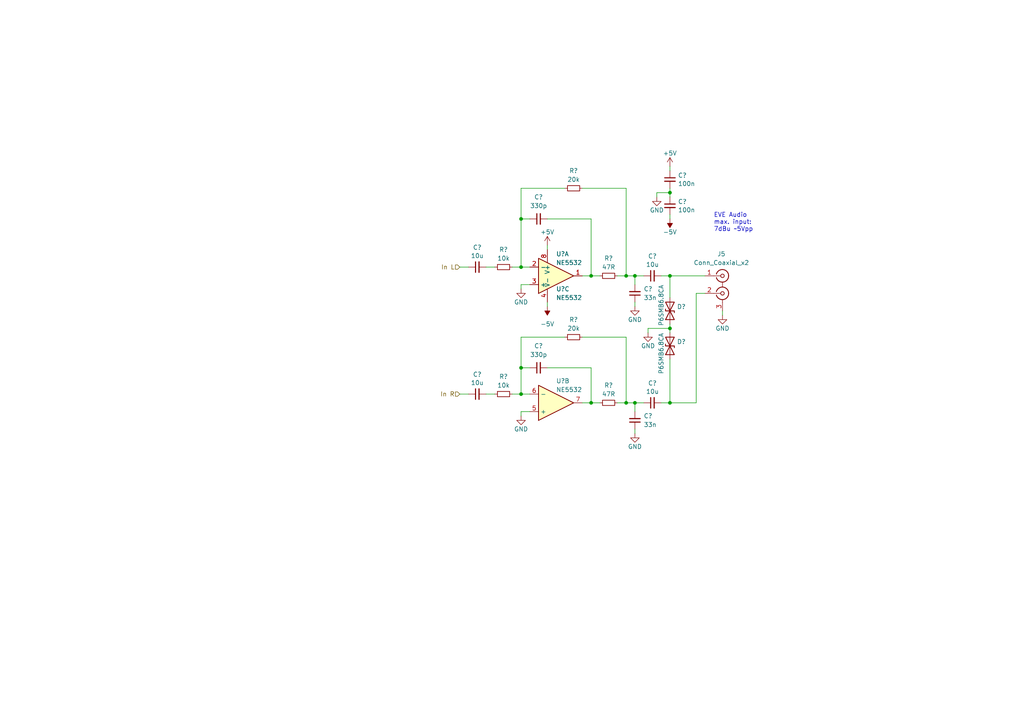
<source format=kicad_sch>
(kicad_sch (version 20230121) (generator eeschema)
  (paper "A4")
  (title_block (title "SmallDSP") (date "2023-10-12") (rev "1.1") (company "Till Heuer"))
  (lib_symbols
    (symbol "Connector:Conn_Coaxial_x2" (pin_names (offset 1.016) hide)
      (property "Reference" "J" (at 0 5.715 0))
      (property "Value" "Conn_Coaxial_x2" (at 2.921 0 90))
      (symbol "Conn_Coaxial_x2_0_1"
        (arc (start -1.778 -3.048) (mid 0.2311 -4.3466) (end 1.778 -2.54) (stroke (width 0.254)))
        (arc (start -1.778 2.032) (mid 0.2311 0.7334) (end 1.778 2.54) (stroke (width 0.254)))
        (circle (center 0 -2.54) (radius 0.508) (stroke (width 0.2032)))
        (polyline (pts (xy -2.54 -2.54) (xy -0.508 -2.54)))
        (polyline (pts (xy -2.54 2.54) (xy -0.508 2.54)))
        (polyline (pts (xy 0 -5.08) (xy 0 -4.318)))
        (polyline (pts (xy 0 0.762) (xy 0 -0.635)))
        (circle (center 0 2.54) (radius 0.508) (stroke (width 0.2032)))
        (arc (start 1.778 -2.54) (mid 0.2099 -0.7299) (end -1.778 -2.032) (stroke (width 0.254)))
        (arc (start 1.778 2.54) (mid 0.2099 4.3501) (end -1.778 3.048) (stroke (width 0.254)))
      )
      (symbol "Conn_Coaxial_x2_1_1"
        (pin passive line (at -5.08 2.54 0) (length 2.54) (name "IN1") (number "1"))
        (pin passive line (at -5.08 -2.54 0) (length 2.54) (name "IN2") (number "2"))
        (pin passive line (at 0 -7.62 90) (length 2.54) (name "EXT") (number "3"))
      )
    )
    (symbol "Device:C_Small" (pin_numbers hide) (pin_names (offset 0.254) hide)
      (property "Reference" "C" (at 0.254 1.778 0))
      (property "Value" "C_Small" (at 0.254 -2.032 0))
      (symbol "C_Small_0_1"
        (polyline (pts (xy -1.524 -0.508) (xy 1.524 -0.508)) (stroke (width 0.3302)))
        (polyline (pts (xy -1.524 0.508) (xy 1.524 0.508)) (stroke (width 0.3048)))
      )
      (symbol "C_Small_1_1"
        (pin passive line (at 0 2.54 270) (length 2.032) (name "~") (number "1"))
        (pin passive line (at 0 -2.54 90) (length 2.032) (name "~") (number "2"))
      )
    )
    (symbol "Device:D_TVS" (pin_numbers hide) (pin_names (offset 1.016) hide)
      (property "Reference" "D" (at 0 2.54 0))
      (property "Value" "D_TVS" (at 0 -2.54 0))
      (symbol "D_TVS_0_1"
        (polyline (pts (xy 1.27 0) (xy -1.27 0)))
        (polyline (pts (xy 0.508 1.27) (xy 0 1.27) (xy 0 -1.27) (xy -0.508 -1.27)) (stroke (width 0.254)))
        (polyline (pts (xy -2.54 1.27) (xy -2.54 -1.27) (xy 2.54 1.27) (xy 2.54 -1.27) (xy -2.54 1.27)) (stroke (width 0.254)))
      )
      (symbol "D_TVS_1_1"
        (pin passive line (at -3.81 0 0) (length 2.54) (name "A1") (number "1"))
        (pin passive line (at 3.81 0 180) (length 2.54) (name "A2") (number "2"))
      )
    )
    (symbol "Device:Opamp_Dual"
      (property "Reference" "U" (at 0 5.08 0))
      (property "Value" "Opamp_Dual" (at 0 -5.08 0))
      (symbol "Opamp_Dual_1_1"
        (polyline (pts (xy -5.08 5.08) (xy 5.08 0) (xy -5.08 -5.08) (xy -5.08 5.08)) (stroke (width 0.254)) (fill (type background)))
        (pin output line (at 7.62 0 180) (length 2.54) (name "~") (number "1"))
        (pin input line (at -7.62 -2.54 0) (length 2.54) (name "-") (number "2"))
        (pin input line (at -7.62 2.54 0) (length 2.54) (name "+") (number "3"))
      )
      (symbol "Opamp_Dual_2_1"
        (polyline (pts (xy -5.08 5.08) (xy 5.08 0) (xy -5.08 -5.08) (xy -5.08 5.08)) (stroke (width 0.254)) (fill (type background)))
        (pin input line (at -7.62 2.54 0) (length 2.54) (name "+") (number "5"))
        (pin input line (at -7.62 -2.54 0) (length 2.54) (name "-") (number "6"))
        (pin output line (at 7.62 0 180) (length 2.54) (name "~") (number "7"))
      )
      (symbol "Opamp_Dual_3_1"
        (pin power_in line (at -2.54 -7.62 90) (length 3.81) (name "V-") (number "4"))
        (pin power_in line (at -2.54 7.62 270) (length 3.81) (name "V+") (number "8"))
      )
    )
    (symbol "Device:R_Small" (pin_numbers hide) (pin_names (offset 0.254) hide)
      (property "Reference" "R" (at 0.762 0.508 0))
      (property "Value" "R_Small" (at 0.762 -1.016 0))
      (symbol "R_Small_0_1"
        (rectangle (start -0.762 1.778) (end 0.762 -1.778) (stroke (width 0.2032)))
      )
      (symbol "R_Small_1_1"
        (pin passive line (at 0 2.54 270) (length 0.762) (name "~") (number "1"))
        (pin passive line (at 0 -2.54 90) (length 0.762) (name "~") (number "2"))
      )
    )
    (symbol "power:+5V" (power) (pin_names (offset 0))
      (property "Value" "+5V" (at 0 3.556 0))
      (symbol "+5V_0_1"
        (polyline (pts (xy -0.762 1.27) (xy 0 2.54)))
        (polyline (pts (xy 0 0) (xy 0 2.54)))
        (polyline (pts (xy 0 2.54) (xy 0.762 1.27)))
      )
      (symbol "+5V_1_1"
        (pin power_in line (at 0 0 90) (length 0) hide (name "+5V") (number "1"))
      )
    )
    (symbol "power:-5V" (power) (pin_names (offset 0))
      (property "Value" "-5V" (at 0 3.81 0))
      (symbol "-5V_0_0"
        (pin power_in line (at 0 0 90) (length 0) hide (name "-5V") (number "1"))
      )
      (symbol "-5V_0_1"
        (polyline (pts (xy 0 0) (xy 0 1.27) (xy 0.762 1.27) (xy 0 2.54) (xy -0.762 1.27) (xy 0 1.27)) (fill (type outline)))
      )
    )
    (symbol "power:GND" (power) (pin_names (offset 0))
      (property "Value" "GND" (at 0 -3.81 0))
      (symbol "GND_0_1"
        (polyline (pts (xy 0 0) (xy 0 -1.27) (xy 1.27 -1.27) (xy 0 -2.54) (xy -1.27 -1.27) (xy 0 -1.27)))
      )
      (symbol "GND_1_1"
        (pin power_in line (at 0 0 270) (length 0) hide (name "GND") (number "1"))
      )
    )
  )
  (junction (at 151.13 106.68))
  (junction (at 194.31 80.01))
  (junction (at 151.13 114.3))
  (junction (at 181.61 116.84))
  (junction (at 181.61 80.01))
  (junction (at 171.45 80.01))
  (junction (at 184.15 80.01))
  (junction (at 171.45 116.84))
  (junction (at 151.13 63.5))
  (junction (at 194.31 55.88))
  (junction (at 194.31 116.84))
  (junction (at 151.13 77.47))
  (junction (at 184.15 116.84))
  (junction (at 194.31 95.25))
  (wire (pts (xy 153.67 77.47) (xy 151.13 77.47)))
  (wire (pts (xy 151.13 82.55) (xy 151.13 83.82)))
  (wire (pts (xy 194.31 95.25) (xy 194.31 96.52)))
  (wire (pts (xy 163.83 54.61) (xy 151.13 54.61)))
  (wire (pts (xy 158.75 87.63) (xy 158.75 88.9)))
  (wire (pts (xy 168.91 97.79) (xy 181.61 97.79)))
  (wire (pts (xy 163.83 97.79) (xy 151.13 97.79)))
  (wire (pts (xy 194.31 95.25) (xy 187.96 95.25)))
  (wire (pts (xy 151.13 63.5) (xy 151.13 77.47)))
  (wire (pts (xy 187.96 95.25) (xy 187.96 96.52)))
  (wire (pts (xy 204.47 80.01) (xy 194.31 80.01)))
  (wire (pts (xy 148.59 77.47) (xy 151.13 77.47)))
  (wire (pts (xy 153.67 63.5) (xy 151.13 63.5)))
  (wire (pts (xy 151.13 106.68) (xy 151.13 114.3)))
  (wire (pts (xy 151.13 54.61) (xy 151.13 63.5)))
  (wire (pts (xy 140.97 114.3) (xy 143.51 114.3)))
  (wire (pts (xy 171.45 116.84) (xy 173.99 116.84)))
  (wire (pts (xy 181.61 54.61) (xy 181.61 80.01)))
  (wire (pts (xy 133.35 114.3) (xy 135.89 114.3)))
  (wire (pts (xy 184.15 116.84) (xy 186.69 116.84)))
  (wire (pts (xy 171.45 80.01) (xy 173.99 80.01)))
  (wire (pts (xy 148.59 114.3) (xy 151.13 114.3)))
  (wire (pts (xy 151.13 97.79) (xy 151.13 106.68)))
  (wire (pts (xy 194.31 104.14) (xy 194.31 116.84)))
  (wire (pts (xy 184.15 87.63) (xy 184.15 88.9)))
  (wire (pts (xy 151.13 119.38) (xy 153.67 119.38)))
  (wire (pts (xy 201.93 85.09) (xy 204.47 85.09)))
  (wire (pts (xy 184.15 80.01) (xy 186.69 80.01)))
  (wire (pts (xy 194.31 116.84) (xy 201.93 116.84)))
  (wire (pts (xy 194.31 62.23) (xy 194.31 63.5)))
  (wire (pts (xy 168.91 54.61) (xy 181.61 54.61)))
  (wire (pts (xy 171.45 106.68) (xy 171.45 116.84)))
  (wire (pts (xy 194.31 48.26) (xy 194.31 49.53)))
  (wire (pts (xy 190.5 55.88) (xy 194.31 55.88)))
  (wire (pts (xy 153.67 114.3) (xy 151.13 114.3)))
  (wire (pts (xy 191.77 116.84) (xy 194.31 116.84)))
  (wire (pts (xy 184.15 82.55) (xy 184.15 80.01)))
  (wire (pts (xy 153.67 106.68) (xy 151.13 106.68)))
  (wire (pts (xy 158.75 71.12) (xy 158.75 72.39)))
  (wire (pts (xy 201.93 116.84) (xy 201.93 85.09)))
  (wire (pts (xy 190.5 55.88) (xy 190.5 57.15)))
  (wire (pts (xy 158.75 63.5) (xy 171.45 63.5)))
  (wire (pts (xy 194.31 55.88) (xy 194.31 54.61)))
  (wire (pts (xy 151.13 82.55) (xy 153.67 82.55)))
  (wire (pts (xy 194.31 93.98) (xy 194.31 95.25)))
  (wire (pts (xy 194.31 80.01) (xy 194.31 86.36)))
  (wire (pts (xy 171.45 116.84) (xy 168.91 116.84)))
  (wire (pts (xy 140.97 77.47) (xy 143.51 77.47)))
  (wire (pts (xy 191.77 80.01) (xy 194.31 80.01)))
  (wire (pts (xy 158.75 106.68) (xy 171.45 106.68)))
  (wire (pts (xy 181.61 80.01) (xy 179.07 80.01)))
  (wire (pts (xy 171.45 63.5) (xy 171.45 80.01)))
  (wire (pts (xy 151.13 119.38) (xy 151.13 120.65)))
  (wire (pts (xy 194.31 55.88) (xy 194.31 57.15)))
  (wire (pts (xy 181.61 116.84) (xy 179.07 116.84)))
  (wire (pts (xy 184.15 116.84) (xy 181.61 116.84)))
  (wire (pts (xy 171.45 80.01) (xy 168.91 80.01)))
  (wire (pts (xy 184.15 119.38) (xy 184.15 116.84)))
  (wire (pts (xy 133.35 77.47) (xy 135.89 77.47)))
  (wire (pts (xy 209.55 90.17) (xy 209.55 91.44)))
  (wire (pts (xy 181.61 97.79) (xy 181.61 116.84)))
  (wire (pts (xy 184.15 80.01) (xy 181.61 80.01)))
  (wire (pts (xy 184.15 124.46) (xy 184.15 125.73)))
  (text "EVE Audio\nmax. input:\n7dBu ~5Vpp" (at 207.01 67.31 0) (effects (font (size 1.27 1.27)) (justify left bottom)))
  (hierarchical_label "In L" (shape input) (at 133.35 77.47 180))
  (hierarchical_label "In R" (shape input) (at 133.35 114.3 180))
  (symbol (lib_id "Device:R_Small") (at 166.37 54.61 90) (unit 1)
    (property "Reference" "R?" (at 166.37 49.53 90))
    (property "Value" "20k" (at 166.37 52.07 90))
    (property "Footprint" "Resistor_SMD:R_0402_1005Metric" (effects hide))
    (property "Assembling" "X" (effects hide))
    (property "JLC Part Number" "C25765" (effects hide))
    (property "Manufacturer" "UNI-ROYAL(Uniroyal Elec)" (effects hide))
    (property "Part Number" "0402WGF2002TCE" (effects hide))
    (property "Rated Power" "62.5mW" (effects hide))
    (property "Tolerance" "1%" (effects hide))
    (instances (project "SmallDSPMaxi" (path "" (reference "R?") (unit 1)) (path "" (reference "R58") (unit 1)) (path "" (reference "R42") (unit 1)) (path "" (reference "R94") (unit 1)) (path "" (reference "R88") (unit 1)) (path "" (reference "R122") (unit 1)) (path "" (reference "R116") (unit 1)) (path "" (reference "R150") (unit 1)) (path "" (reference "R144") (unit 1)) (path "" (reference "R192") (unit 1)) (path "" (reference "R198") (unit 1)) (path "" (reference "R180") (unit 1)) (path "" (reference "R232") (unit 1)) (path "" (reference "R186") (unit 1)) (path "" (reference "R270") (unit 1)) (path "" (reference "R226") (unit 1)) (path "" (reference "R220") (unit 1))))
  )
  (symbol (lib_id "Device:Opamp_Dual") (at 161.29 80.01 0) (mirror x) (unit 1)
    (property "Reference" "U?" (at 161.29 73.66 0) (effects (justify left)))
    (property "Value" "NE5532" (at 161.29 76.2 0) (effects (justify left)))
    (property "Footprint" "Package_SO:SOIC-8_3.9x4.9mm_P1.27mm" (effects hide))
    (property "Manufacturer" "Texas Instruments" (effects hide))
    (property "Part Number" "NE5532DR" (effects hide))
    (property "Assembling" "X" (effects hide))
    (property "JLC Part Number" "C7426" (effects hide))
    (instances (project "SmallDSPMaxi" (path "" (reference "U?") (unit 1)) (path "" (reference "U8") (unit 1)) (path "" (reference "U5") (unit 1)) (path "" (reference "U16") (unit 1)) (path "" (reference "U15") (unit 1)) (path "" (reference "U20") (unit 1)) (path "" (reference "U19") (unit 1)) (path "" (reference "U24") (unit 1)) (path "" (reference "U23") (unit 1)) (path "" (reference "U33") (unit 1)) (path "" (reference "U34") (unit 1)) (path "" (reference "U31") (unit 1)) (path "" (reference "U39") (unit 1)) (path "" (reference "U32") (unit 1)) (path "" (reference "U44") (unit 1)) (path "" (reference "U38") (unit 1)) (path "" (reference "U37") (unit 1))))
  )
  (symbol (lib_id "Device:R_Small") (at 176.53 116.84 90) (unit 1)
    (property "Reference" "R?" (at 176.53 111.76 90))
    (property "Value" "47R" (at 176.53 114.3 90))
    (property "Footprint" "Resistor_SMD:R_0402_1005Metric" (effects hide))
    (property "Assembling" "X" (effects hide))
    (property "JLC Part Number" "C25118" (effects hide))
    (property "Manufacturer" "UNI-ROYAL(Uniroyal Elec)" (effects hide))
    (property "Part Number" "0402WGF470JTCE" (effects hide))
    (property "Rated Power" "62.5mW" (effects hide))
    (property "Tolerance" "1%" (effects hide))
    (instances (project "SmallDSPMaxi" (path "" (reference "R?") (unit 1)) (path "" (reference "R61") (unit 1)) (path "" (reference "R45") (unit 1)) (path "" (reference "R97") (unit 1)) (path "" (reference "R91") (unit 1)) (path "" (reference "R125") (unit 1)) (path "" (reference "R119") (unit 1)) (path "" (reference "R153") (unit 1)) (path "" (reference "R147") (unit 1)) (path "" (reference "R195") (unit 1)) (path "" (reference "R201") (unit 1)) (path "" (reference "R183") (unit 1)) (path "" (reference "R235") (unit 1)) (path "" (reference "R189") (unit 1)) (path "" (reference "R273") (unit 1)) (path "" (reference "R229") (unit 1)) (path "" (reference "R223") (unit 1))))
  )
  (symbol (lib_id "Device:C_Small") (at 138.43 77.47 90) (unit 1)
    (property "Reference" "C?" (at 138.4363 71.7636 90))
    (property "Value" "10u" (at 138.4363 74.1878 90))
    (property "Footprint" "Capacitor_SMD:C_1206_3216Metric" (effects hide))
    (property "Dielectric" "X5R" (effects hide))
    (property "Rated Voltage" "50V" (effects hide))
    (property "Assembling" "X" (effects hide))
    (property "JLC Part Number" "C13585" (effects hide))
    (property "Manufacturer" "Samsung Electro-Mechanics" (effects hide))
    (property "Part Number" "CL31A106KBHNNNE" (effects hide))
    (property "Tolerance" "10%" (effects hide))
    (instances (project "SmallDSPMaxi" (path "" (reference "C?") (unit 1)) (path "" (reference "C60") (unit 1)) (path "" (reference "C19") (unit 1)) (path "" (reference "C148") (unit 1)) (path "" (reference "C138") (unit 1)) (path "" (reference "C188") (unit 1)) (path "" (reference "C178") (unit 1)) (path "" (reference "C228") (unit 1)) (path "" (reference "C218") (unit 1)) (path "" (reference "C326") (unit 1)) (path "" (reference "C336") (unit 1)) (path "" (reference "C306") (unit 1)) (path "" (reference "C386") (unit 1)) (path "" (reference "C316") (unit 1)) (path "" (reference "C436") (unit 1)) (path "" (reference "C376") (unit 1)) (path "" (reference "C366") (unit 1))))
  )
  (symbol (lib_id "Device:R_Small") (at 176.53 80.01 90) (unit 1)
    (property "Reference" "R?" (at 176.53 74.93 90))
    (property "Value" "47R" (at 176.53 77.47 90))
    (property "Footprint" "Resistor_SMD:R_0402_1005Metric" (effects hide))
    (property "Assembling" "X" (effects hide))
    (property "JLC Part Number" "C25118" (effects hide))
    (property "Manufacturer" "UNI-ROYAL(Uniroyal Elec)" (effects hide))
    (property "Part Number" "0402WGF470JTCE" (effects hide))
    (property "Rated Power" "62.5mW" (effects hide))
    (property "Tolerance" "1%" (effects hide))
    (instances (project "SmallDSPMaxi" (path "" (reference "R?") (unit 1)) (path "" (reference "R60") (unit 1)) (path "" (reference "R44") (unit 1)) (path "" (reference "R96") (unit 1)) (path "" (reference "R90") (unit 1)) (path "" (reference "R124") (unit 1)) (path "" (reference "R118") (unit 1)) (path "" (reference "R152") (unit 1)) (path "" (reference "R146") (unit 1)) (path "" (reference "R194") (unit 1)) (path "" (reference "R200") (unit 1)) (path "" (reference "R182") (unit 1)) (path "" (reference "R234") (unit 1)) (path "" (reference "R188") (unit 1)) (path "" (reference "R272") (unit 1)) (path "" (reference "R228") (unit 1)) (path "" (reference "R222") (unit 1))))
  )
  (symbol (lib_id "Device:C_Small") (at 184.15 121.92 180) (unit 1)
    (property "Reference" "C?" (at 186.69 120.6435 0) (effects (justify right)))
    (property "Value" "33n" (at 186.69 123.1835 0) (effects (justify right)))
    (property "Footprint" "Capacitor_SMD:C_0603_1608Metric" (effects hide))
    (property "Dielectric" "X7R" (effects hide))
    (property "Notes" "C0G better" (effects hide))
    (property "Rated Voltage" "50V" (effects hide))
    (property "Assembling" "X" (effects hide))
    (property "JLC Part Number" "C21117" (effects hide))
    (property "Manufacturer" "Samsung Electro-Mechanics" (effects hide))
    (property "Part Number" "CL10B333KB8NNNC" (effects hide))
    (property "Tolerance" "10%" (effects hide))
    (instances (project "SmallDSPMaxi" (path "" (reference "C?") (unit 1)) (path "" (reference "C65") (unit 1)) (path "" (reference "C24") (unit 1)) (path "" (reference "C153") (unit 1)) (path "" (reference "C143") (unit 1)) (path "" (reference "C193") (unit 1)) (path "" (reference "C183") (unit 1)) (path "" (reference "C233") (unit 1)) (path "" (reference "C223") (unit 1)) (path "" (reference "C331") (unit 1)) (path "" (reference "C341") (unit 1)) (path "" (reference "C311") (unit 1)) (path "" (reference "C391") (unit 1)) (path "" (reference "C321") (unit 1)) (path "" (reference "C441") (unit 1)) (path "" (reference "C381") (unit 1)) (path "" (reference "C371") (unit 1))))
  )
  (symbol (lib_id "power:-5V") (at 158.75 88.9 180) (unit 1)
    (property "Reference" "#PWR0151" (effects hide))
    (property "Value" "-5V" (at 158.75 93.98 0))
    (instances (project "SmallDSPMaxi" (path "" (reference "#PWR0151") (unit 1)) (path "" (reference "#PWR070") (unit 1)) (path "" (reference "#PWR0307") (unit 1)) (path "" (reference "#PWR0296") (unit 1)) (path "" (reference "#PWR0363") (unit 1)) (path "" (reference "#PWR0352") (unit 1)) (path "" (reference "#PWR0419") (unit 1)) (path "" (reference "#PWR0408") (unit 1)) (path "" (reference "#PWR0586") (unit 1)) (path "" (reference "#PWR0597") (unit 1)) (path "" (reference "#PWR0564") (unit 1)) (path "" (reference "#PWR0664") (unit 1)) (path "" (reference "#PWR0575") (unit 1)) (path "" (reference "#PWR0743") (unit 1)) (path "" (reference "#PWR0653") (unit 1)) (path "" (reference "#PWR0642") (unit 1))))
  )
  (symbol (lib_id "Device:R_Small") (at 166.37 97.79 90) (unit 1)
    (property "Reference" "R?" (at 166.37 92.71 90))
    (property "Value" "20k" (at 166.37 95.25 90))
    (property "Footprint" "Resistor_SMD:R_0402_1005Metric" (effects hide))
    (property "Assembling" "X" (effects hide))
    (property "JLC Part Number" "C25765" (effects hide))
    (property "Manufacturer" "UNI-ROYAL(Uniroyal Elec)" (effects hide))
    (property "Part Number" "0402WGF2002TCE" (effects hide))
    (property "Rated Power" "62.5mW" (effects hide))
    (property "Tolerance" "1%" (effects hide))
    (instances (project "SmallDSPMaxi" (path "" (reference "R?") (unit 1)) (path "" (reference "R59") (unit 1)) (path "" (reference "R43") (unit 1)) (path "" (reference "R95") (unit 1)) (path "" (reference "R89") (unit 1)) (path "" (reference "R123") (unit 1)) (path "" (reference "R117") (unit 1)) (path "" (reference "R151") (unit 1)) (path "" (reference "R145") (unit 1)) (path "" (reference "R193") (unit 1)) (path "" (reference "R199") (unit 1)) (path "" (reference "R181") (unit 1)) (path "" (reference "R233") (unit 1)) (path "" (reference "R187") (unit 1)) (path "" (reference "R271") (unit 1)) (path "" (reference "R227") (unit 1)) (path "" (reference "R221") (unit 1))))
  )
  (symbol (lib_id "power:GND") (at 184.15 125.73 0) (unit 1)
    (property "Reference" "#PWR?" (effects hide))
    (property "Value" "GND" (at 184.15 129.54 0))
    (instances (project "SmallDSPMaxi" (path "" (reference "#PWR?") (unit 1)) (path "" (reference "#PWR0153") (unit 1)) (path "" (reference "#PWR072") (unit 1)) (path "" (reference "#PWR0309") (unit 1)) (path "" (reference "#PWR0298") (unit 1)) (path "" (reference "#PWR0365") (unit 1)) (path "" (reference "#PWR0354") (unit 1)) (path "" (reference "#PWR0421") (unit 1)) (path "" (reference "#PWR0410") (unit 1)) (path "" (reference "#PWR0588") (unit 1)) (path "" (reference "#PWR0599") (unit 1)) (path "" (reference "#PWR0566") (unit 1)) (path "" (reference "#PWR0666") (unit 1)) (path "" (reference "#PWR0577") (unit 1)) (path "" (reference "#PWR0745") (unit 1)) (path "" (reference "#PWR0655") (unit 1)) (path "" (reference "#PWR0644") (unit 1))))
  )
  (symbol (lib_id "Device:D_TVS") (at 194.31 90.17 90) (unit 1)
    (property "Reference" "D?" (at 196.342 88.9579 90) (effects (justify right)))
    (property "Value" "P6SMB6.8CA" (at 191.77 82.55 0) (effects (justify right)))
    (property "Footprint" "Diode_SMD:D_SMB" (effects hide))
    (property "Assembling" "X" (effects hide))
    (property "JLC Part Number" "C78395" (effects hide))
    (property "Manufacturer" "Brightking" (effects hide))
    (property "Part Number" "P6SMB6.8CA/TR13" (effects hide))
    (instances (project "SmallDSPMaxi" (path "" (reference "D?") (unit 1)) (path "" (reference "D20") (unit 1)) (path "" (reference "D14") (unit 1)) (path "" (reference "D36") (unit 1)) (path "" (reference "D34") (unit 1)) (path "" (reference "D52") (unit 1)) (path "" (reference "D50") (unit 1)) (path "" (reference "D68") (unit 1)) (path "" (reference "D66") (unit 1)) (path "" (reference "D86") (unit 1)) (path "" (reference "D88") (unit 1)) (path "" (reference "D82") (unit 1)) (path "" (reference "D106") (unit 1)) (path "" (reference "D84") (unit 1)) (path "" (reference "D132") (unit 1)) (path "" (reference "D104") (unit 1)) (path "" (reference "D102") (unit 1))))
  )
  (symbol (lib_id "Device:D_TVS") (at 194.31 100.33 90) (unit 1)
    (property "Reference" "D?" (at 196.342 99.1179 90) (effects (justify right)))
    (property "Value" "P6SMB6.8CA" (at 191.77 96.52 0) (effects (justify right)))
    (property "Footprint" "Diode_SMD:D_SMB" (effects hide))
    (property "Assembling" "X" (effects hide))
    (property "JLC Part Number" "C78395" (effects hide))
    (property "Manufacturer" "Brightking" (effects hide))
    (property "Part Number" "P6SMB6.8CA/TR13" (effects hide))
    (instances (project "SmallDSPMaxi" (path "" (reference "D?") (unit 1)) (path "" (reference "D21") (unit 1)) (path "" (reference "D15") (unit 1)) (path "" (reference "D37") (unit 1)) (path "" (reference "D35") (unit 1)) (path "" (reference "D53") (unit 1)) (path "" (reference "D51") (unit 1)) (path "" (reference "D69") (unit 1)) (path "" (reference "D67") (unit 1)) (path "" (reference "D87") (unit 1)) (path "" (reference "D89") (unit 1)) (path "" (reference "D83") (unit 1)) (path "" (reference "D107") (unit 1)) (path "" (reference "D85") (unit 1)) (path "" (reference "D133") (unit 1)) (path "" (reference "D105") (unit 1)) (path "" (reference "D103") (unit 1))))
  )
  (symbol (lib_id "Device:C_Small") (at 138.43 114.3 90) (unit 1)
    (property "Reference" "C?" (at 138.4363 108.5936 90))
    (property "Value" "10u" (at 138.4363 111.0178 90))
    (property "Footprint" "Capacitor_SMD:C_1206_3216Metric" (effects hide))
    (property "Dielectric" "X5R" (effects hide))
    (property "Rated Voltage" "50V" (effects hide))
    (property "Assembling" "X" (effects hide))
    (property "JLC Part Number" "C13585" (effects hide))
    (property "Manufacturer" "Samsung Electro-Mechanics" (effects hide))
    (property "Part Number" "CL31A106KBHNNNE" (effects hide))
    (property "Tolerance" "10%" (effects hide))
    (instances (project "SmallDSPMaxi" (path "" (reference "C?") (unit 1)) (path "" (reference "C61") (unit 1)) (path "" (reference "C20") (unit 1)) (path "" (reference "C149") (unit 1)) (path "" (reference "C139") (unit 1)) (path "" (reference "C189") (unit 1)) (path "" (reference "C179") (unit 1)) (path "" (reference "C229") (unit 1)) (path "" (reference "C219") (unit 1)) (path "" (reference "C327") (unit 1)) (path "" (reference "C337") (unit 1)) (path "" (reference "C307") (unit 1)) (path "" (reference "C387") (unit 1)) (path "" (reference "C317") (unit 1)) (path "" (reference "C437") (unit 1)) (path "" (reference "C377") (unit 1)) (path "" (reference "C367") (unit 1))))
  )
  (symbol (lib_id "power:+5V") (at 194.31 48.26 0) (unit 1)
    (property "Reference" "#PWR0156" (effects hide))
    (property "Value" "+5V" (at 194.31 44.45 0))
    (instances (project "SmallDSPMaxi" (path "" (reference "#PWR0156") (unit 1)) (path "" (reference "#PWR075") (unit 1)) (path "" (reference "#PWR0312") (unit 1)) (path "" (reference "#PWR0301") (unit 1)) (path "" (reference "#PWR0368") (unit 1)) (path "" (reference "#PWR0357") (unit 1)) (path "" (reference "#PWR0424") (unit 1)) (path "" (reference "#PWR0413") (unit 1)) (path "" (reference "#PWR0591") (unit 1)) (path "" (reference "#PWR0602") (unit 1)) (path "" (reference "#PWR0569") (unit 1)) (path "" (reference "#PWR0669") (unit 1)) (path "" (reference "#PWR0580") (unit 1)) (path "" (reference "#PWR0748") (unit 1)) (path "" (reference "#PWR0658") (unit 1)) (path "" (reference "#PWR0647") (unit 1))))
  )
  (symbol (lib_id "Device:Opamp_Dual") (at 161.29 116.84 0) (mirror x) (unit 2)
    (property "Reference" "U?" (at 161.29 110.49 0) (effects (justify left)))
    (property "Value" "NE5532" (at 161.29 113.03 0) (effects (justify left)))
    (property "Footprint" "Package_SO:SOIC-8_3.9x4.9mm_P1.27mm" (effects hide))
    (property "Manufacturer" "Texas Instruments" (effects hide))
    (property "Part Number" "NE5532DR" (effects hide))
    (property "Assembling" "X" (effects hide))
    (property "JLC Part Number" "C7426" (effects hide))
    (instances (project "SmallDSPMaxi" (path "" (reference "U?") (unit 2)) (path "" (reference "U8") (unit 2)) (path "" (reference "U5") (unit 2)) (path "" (reference "U16") (unit 2)) (path "" (reference "U15") (unit 2)) (path "" (reference "U20") (unit 2)) (path "" (reference "U19") (unit 2)) (path "" (reference "U24") (unit 2)) (path "" (reference "U23") (unit 2)) (path "" (reference "U33") (unit 2)) (path "" (reference "U34") (unit 2)) (path "" (reference "U31") (unit 2)) (path "" (reference "U39") (unit 2)) (path "" (reference "U32") (unit 2)) (path "" (reference "U44") (unit 2)) (path "" (reference "U38") (unit 2)) (path "" (reference "U37") (unit 2))))
  )
  (symbol (lib_id "power:GND") (at 184.15 88.9 0) (unit 1)
    (property "Reference" "#PWR?" (effects hide))
    (property "Value" "GND" (at 184.15 92.71 0))
    (instances (project "SmallDSPMaxi" (path "" (reference "#PWR?") (unit 1)) (path "" (reference "#PWR0152") (unit 1)) (path "" (reference "#PWR071") (unit 1)) (path "" (reference "#PWR0308") (unit 1)) (path "" (reference "#PWR0297") (unit 1)) (path "" (reference "#PWR0364") (unit 1)) (path "" (reference "#PWR0353") (unit 1)) (path "" (reference "#PWR0420") (unit 1)) (path "" (reference "#PWR0409") (unit 1)) (path "" (reference "#PWR0587") (unit 1)) (path "" (reference "#PWR0598") (unit 1)) (path "" (reference "#PWR0565") (unit 1)) (path "" (reference "#PWR0665") (unit 1)) (path "" (reference "#PWR0576") (unit 1)) (path "" (reference "#PWR0744") (unit 1)) (path "" (reference "#PWR0654") (unit 1)) (path "" (reference "#PWR0643") (unit 1))))
  )
  (symbol (lib_id "Device:Opamp_Dual") (at 161.29 80.01 0) (unit 3)
    (property "Reference" "U?" (at 161.29 83.82 0) (effects (justify left)))
    (property "Value" "NE5532" (at 161.29 86.36 0) (effects (justify left)))
    (property "Footprint" "Package_SO:SOIC-8_3.9x4.9mm_P1.27mm" (effects hide))
    (property "Manufacturer" "Texas Instruments" (effects hide))
    (property "Part Number" "NE5532DR" (effects hide))
    (property "Assembling" "X" (effects hide))
    (property "JLC Part Number" "C7426" (effects hide))
    (instances (project "SmallDSPMaxi" (path "" (reference "U?") (unit 3)) (path "" (reference "U8") (unit 3)) (path "" (reference "U5") (unit 3)) (path "" (reference "U16") (unit 3)) (path "" (reference "U15") (unit 3)) (path "" (reference "U20") (unit 3)) (path "" (reference "U19") (unit 3)) (path "" (reference "U24") (unit 3)) (path "" (reference "U23") (unit 3)) (path "" (reference "U33") (unit 3)) (path "" (reference "U34") (unit 3)) (path "" (reference "U31") (unit 3)) (path "" (reference "U39") (unit 3)) (path "" (reference "U32") (unit 3)) (path "" (reference "U44") (unit 3)) (path "" (reference "U38") (unit 3)) (path "" (reference "U37") (unit 3))))
  )
  (symbol (lib_id "Device:C_Small") (at 156.21 106.68 90) (unit 1)
    (property "Reference" "C?" (at 156.2163 100.33 90))
    (property "Value" "330p" (at 156.2163 102.87 90))
    (property "Footprint" "Capacitor_SMD:C_0402_1005Metric" (effects hide))
    (property "Dielectric" "C0G" (effects hide))
    (property "Rated Voltage" "50V" (effects hide))
    (property "Assembling" "X" (effects hide))
    (property "JLC Part Number" "C13533" (effects hide))
    (property "Manufacturer" "Samsung Electro-Mechanics" (effects hide))
    (property "Part Number" "CL05C331JB5NNNC" (effects hide))
    (property "Tolerance" "5%" (effects hide))
    (instances (project "SmallDSPMaxi" (path "" (reference "C?") (unit 1)) (path "" (reference "C63") (unit 1)) (path "" (reference "C22") (unit 1)) (path "" (reference "C151") (unit 1)) (path "" (reference "C141") (unit 1)) (path "" (reference "C191") (unit 1)) (path "" (reference "C181") (unit 1)) (path "" (reference "C231") (unit 1)) (path "" (reference "C221") (unit 1)) (path "" (reference "C329") (unit 1)) (path "" (reference "C339") (unit 1)) (path "" (reference "C309") (unit 1)) (path "" (reference "C389") (unit 1)) (path "" (reference "C319") (unit 1)) (path "" (reference "C439") (unit 1)) (path "" (reference "C379") (unit 1)) (path "" (reference "C369") (unit 1))))
  )
  (symbol (lib_id "Connector:Conn_Coaxial_x2") (at 209.55 82.55 0) (unit 1)
    (property "Reference" "J5" (at 209.2326 73.66 0))
    (property "Value" "Conn_Coaxial_x2" (at 209.2326 76.2 0))
    (property "Footprint" "1_Project_Footprints:Kobiconn_156-4219-E" (effects hide))
    (property "Datasheet" " ~" (effects hide))
    (instances (project "SmallDSPMaxi" (path "" (reference "J5") (unit 1)) (path "" (reference "J3") (unit 1)) (path "" (reference "J9") (unit 1)) (path "" (reference "J8") (unit 1)) (path "" (reference "J13") (unit 1)) (path "" (reference "J12") (unit 1)) (path "" (reference "J17") (unit 1)) (path "" (reference "J16") (unit 1)) (path "" (reference "J22") (unit 1)) (path "" (reference "J23") (unit 1)) (path "" (reference "J20") (unit 1)) (path "" (reference "J28") (unit 1)) (path "" (reference "J21") (unit 1)) (path "" (reference "J33") (unit 1)) (path "" (reference "J27") (unit 1)) (path "" (reference "J26") (unit 1))))
  )
  (symbol (lib_id "power:GND") (at 187.96 96.52 0) (mirror y) (unit 1)
    (property "Reference" "#PWR?" (effects hide))
    (property "Value" "GND" (at 187.96 100.33 0))
    (instances (project "SmallDSPMaxi" (path "" (reference "#PWR?") (unit 1)) (path "" (reference "#PWR0154") (unit 1)) (path "" (reference "#PWR073") (unit 1)) (path "" (reference "#PWR0310") (unit 1)) (path "" (reference "#PWR0299") (unit 1)) (path "" (reference "#PWR0366") (unit 1)) (path "" (reference "#PWR0355") (unit 1)) (path "" (reference "#PWR0422") (unit 1)) (path "" (reference "#PWR0411") (unit 1)) (path "" (reference "#PWR0589") (unit 1)) (path "" (reference "#PWR0600") (unit 1)) (path "" (reference "#PWR0567") (unit 1)) (path "" (reference "#PWR0667") (unit 1)) (path "" (reference "#PWR0578") (unit 1)) (path "" (reference "#PWR0746") (unit 1)) (path "" (reference "#PWR0656") (unit 1)) (path "" (reference "#PWR0645") (unit 1))))
  )
  (symbol (lib_id "Device:R_Small") (at 146.05 114.3 90) (unit 1)
    (property "Reference" "R?" (at 146.05 109.22 90))
    (property "Value" "10k" (at 146.05 111.76 90))
    (property "Footprint" "Resistor_SMD:R_0402_1005Metric" (effects hide))
    (property "Assembling" "X" (effects hide))
    (property "JLC Part Number" "C25744" (effects hide))
    (property "Manufacturer" "UNI-ROYAL(Uniroyal Elec)" (effects hide))
    (property "Part Number" "0402WGF1002TCE" (effects hide))
    (property "Rated Power" "62.5mW" (effects hide))
    (property "Tolerance" "1%" (effects hide))
    (instances (project "SmallDSPMaxi" (path "" (reference "R?") (unit 1)) (path "" (reference "R57") (unit 1)) (path "" (reference "R41") (unit 1)) (path "" (reference "R93") (unit 1)) (path "" (reference "R87") (unit 1)) (path "" (reference "R121") (unit 1)) (path "" (reference "R115") (unit 1)) (path "" (reference "R149") (unit 1)) (path "" (reference "R143") (unit 1)) (path "" (reference "R191") (unit 1)) (path "" (reference "R197") (unit 1)) (path "" (reference "R179") (unit 1)) (path "" (reference "R231") (unit 1)) (path "" (reference "R185") (unit 1)) (path "" (reference "R269") (unit 1)) (path "" (reference "R225") (unit 1)) (path "" (reference "R219") (unit 1))))
  )
  (symbol (lib_id "power:GND") (at 190.5 57.15 0) (unit 1)
    (property "Reference" "#PWR?" (effects hide))
    (property "Value" "GND" (at 190.5 60.96 0))
    (instances (project "SmallDSPMaxi" (path "" (reference "#PWR?") (unit 1)) (path "" (reference "#PWR0155") (unit 1)) (path "" (reference "#PWR074") (unit 1)) (path "" (reference "#PWR0311") (unit 1)) (path "" (reference "#PWR0300") (unit 1)) (path "" (reference "#PWR0367") (unit 1)) (path "" (reference "#PWR0356") (unit 1)) (path "" (reference "#PWR0423") (unit 1)) (path "" (reference "#PWR0412") (unit 1)) (path "" (reference "#PWR0590") (unit 1)) (path "" (reference "#PWR0601") (unit 1)) (path "" (reference "#PWR0568") (unit 1)) (path "" (reference "#PWR0668") (unit 1)) (path "" (reference "#PWR0579") (unit 1)) (path "" (reference "#PWR0747") (unit 1)) (path "" (reference "#PWR0657") (unit 1)) (path "" (reference "#PWR0646") (unit 1))))
  )
  (symbol (lib_id "power:+5V") (at 158.75 71.12 0) (unit 1)
    (property "Reference" "#PWR?" (effects hide))
    (property "Value" "+5V" (at 158.75 67.31 0))
    (instances (project "SmallDSPMaxi" (path "" (reference "#PWR?") (unit 1)) (path "" (reference "#PWR0150") (unit 1)) (path "" (reference "#PWR069") (unit 1)) (path "" (reference "#PWR0306") (unit 1)) (path "" (reference "#PWR0295") (unit 1)) (path "" (reference "#PWR0362") (unit 1)) (path "" (reference "#PWR0351") (unit 1)) (path "" (reference "#PWR0418") (unit 1)) (path "" (reference "#PWR0407") (unit 1)) (path "" (reference "#PWR0585") (unit 1)) (path "" (reference "#PWR0596") (unit 1)) (path "" (reference "#PWR0563") (unit 1)) (path "" (reference "#PWR0663") (unit 1)) (path "" (reference "#PWR0574") (unit 1)) (path "" (reference "#PWR0742") (unit 1)) (path "" (reference "#PWR0652") (unit 1)) (path "" (reference "#PWR0641") (unit 1))))
  )
  (symbol (lib_id "Device:R_Small") (at 146.05 77.47 90) (unit 1)
    (property "Reference" "R?" (at 146.05 72.39 90))
    (property "Value" "10k" (at 146.05 74.93 90))
    (property "Footprint" "Resistor_SMD:R_0402_1005Metric" (effects hide))
    (property "Assembling" "X" (effects hide))
    (property "JLC Part Number" "C25744" (effects hide))
    (property "Manufacturer" "UNI-ROYAL(Uniroyal Elec)" (effects hide))
    (property "Part Number" "0402WGF1002TCE" (effects hide))
    (property "Rated Power" "62.5mW" (effects hide))
    (property "Tolerance" "1%" (effects hide))
    (instances (project "SmallDSPMaxi" (path "" (reference "R?") (unit 1)) (path "" (reference "R56") (unit 1)) (path "" (reference "R40") (unit 1)) (path "" (reference "R92") (unit 1)) (path "" (reference "R86") (unit 1)) (path "" (reference "R120") (unit 1)) (path "" (reference "R114") (unit 1)) (path "" (reference "R148") (unit 1)) (path "" (reference "R142") (unit 1)) (path "" (reference "R190") (unit 1)) (path "" (reference "R196") (unit 1)) (path "" (reference "R178") (unit 1)) (path "" (reference "R230") (unit 1)) (path "" (reference "R184") (unit 1)) (path "" (reference "R268") (unit 1)) (path "" (reference "R224") (unit 1)) (path "" (reference "R218") (unit 1))))
  )
  (symbol (lib_id "power:GND") (at 151.13 120.65 0) (unit 1)
    (property "Reference" "#PWR?" (effects hide))
    (property "Value" "GND" (at 151.13 124.46 0))
    (instances (project "SmallDSPMaxi" (path "" (reference "#PWR?") (unit 1)) (path "" (reference "#PWR0149") (unit 1)) (path "" (reference "#PWR068") (unit 1)) (path "" (reference "#PWR0305") (unit 1)) (path "" (reference "#PWR0294") (unit 1)) (path "" (reference "#PWR0361") (unit 1)) (path "" (reference "#PWR0350") (unit 1)) (path "" (reference "#PWR0417") (unit 1)) (path "" (reference "#PWR0406") (unit 1)) (path "" (reference "#PWR0584") (unit 1)) (path "" (reference "#PWR0595") (unit 1)) (path "" (reference "#PWR0562") (unit 1)) (path "" (reference "#PWR0662") (unit 1)) (path "" (reference "#PWR0573") (unit 1)) (path "" (reference "#PWR0741") (unit 1)) (path "" (reference "#PWR0651") (unit 1)) (path "" (reference "#PWR0640") (unit 1))))
  )
  (symbol (lib_id "power:-5V") (at 194.31 63.5 180) (unit 1)
    (property "Reference" "#PWR0157" (effects hide))
    (property "Value" "-5V" (at 194.31 67.31 0))
    (instances (project "SmallDSPMaxi" (path "" (reference "#PWR0157") (unit 1)) (path "" (reference "#PWR076") (unit 1)) (path "" (reference "#PWR0313") (unit 1)) (path "" (reference "#PWR0302") (unit 1)) (path "" (reference "#PWR0369") (unit 1)) (path "" (reference "#PWR0358") (unit 1)) (path "" (reference "#PWR0425") (unit 1)) (path "" (reference "#PWR0414") (unit 1)) (path "" (reference "#PWR0592") (unit 1)) (path "" (reference "#PWR0603") (unit 1)) (path "" (reference "#PWR0570") (unit 1)) (path "" (reference "#PWR0670") (unit 1)) (path "" (reference "#PWR0581") (unit 1)) (path "" (reference "#PWR0749") (unit 1)) (path "" (reference "#PWR0659") (unit 1)) (path "" (reference "#PWR0648") (unit 1))))
  )
  (symbol (lib_id "Device:C_Small") (at 184.15 85.09 180) (unit 1)
    (property "Reference" "C?" (at 186.69 83.8135 0) (effects (justify right)))
    (property "Value" "33n" (at 186.69 86.3535 0) (effects (justify right)))
    (property "Footprint" "Capacitor_SMD:C_0603_1608Metric" (effects hide))
    (property "Dielectric" "X7R" (effects hide))
    (property "Notes" "C0G better" (effects hide))
    (property "Rated Voltage" "50V" (effects hide))
    (property "Assembling" "X" (effects hide))
    (property "JLC Part Number" "C21117" (effects hide))
    (property "Manufacturer" "Samsung Electro-Mechanics" (effects hide))
    (property "Part Number" "CL10B333KB8NNNC" (effects hide))
    (property "Tolerance" "10%" (effects hide))
    (instances (project "SmallDSPMaxi" (path "" (reference "C?") (unit 1)) (path "" (reference "C64") (unit 1)) (path "" (reference "C23") (unit 1)) (path "" (reference "C152") (unit 1)) (path "" (reference "C142") (unit 1)) (path "" (reference "C192") (unit 1)) (path "" (reference "C182") (unit 1)) (path "" (reference "C232") (unit 1)) (path "" (reference "C222") (unit 1)) (path "" (reference "C330") (unit 1)) (path "" (reference "C340") (unit 1)) (path "" (reference "C310") (unit 1)) (path "" (reference "C390") (unit 1)) (path "" (reference "C320") (unit 1)) (path "" (reference "C440") (unit 1)) (path "" (reference "C380") (unit 1)) (path "" (reference "C370") (unit 1))))
  )
  (symbol (lib_id "power:GND") (at 209.55 91.44 0) (mirror y) (unit 1)
    (property "Reference" "#PWR?" (effects hide))
    (property "Value" "GND" (at 209.55 95.25 0))
    (instances (project "SmallDSPMaxi" (path "" (reference "#PWR?") (unit 1)) (path "" (reference "#PWR0158") (unit 1)) (path "" (reference "#PWR077") (unit 1)) (path "" (reference "#PWR0314") (unit 1)) (path "" (reference "#PWR0303") (unit 1)) (path "" (reference "#PWR0370") (unit 1)) (path "" (reference "#PWR0359") (unit 1)) (path "" (reference "#PWR0426") (unit 1)) (path "" (reference "#PWR0415") (unit 1)) (path "" (reference "#PWR0593") (unit 1)) (path "" (reference "#PWR0604") (unit 1)) (path "" (reference "#PWR0571") (unit 1)) (path "" (reference "#PWR0671") (unit 1)) (path "" (reference "#PWR0582") (unit 1)) (path "" (reference "#PWR0750") (unit 1)) (path "" (reference "#PWR0660") (unit 1)) (path "" (reference "#PWR0649") (unit 1))))
  )
  (symbol (lib_id "power:GND") (at 151.13 83.82 0) (unit 1)
    (property "Reference" "#PWR?" (effects hide))
    (property "Value" "GND" (at 151.13 87.63 0))
    (instances (project "SmallDSPMaxi" (path "" (reference "#PWR?") (unit 1)) (path "" (reference "#PWR0148") (unit 1)) (path "" (reference "#PWR067") (unit 1)) (path "" (reference "#PWR0304") (unit 1)) (path "" (reference "#PWR0293") (unit 1)) (path "" (reference "#PWR0360") (unit 1)) (path "" (reference "#PWR0349") (unit 1)) (path "" (reference "#PWR0416") (unit 1)) (path "" (reference "#PWR0405") (unit 1)) (path "" (reference "#PWR0583") (unit 1)) (path "" (reference "#PWR0594") (unit 1)) (path "" (reference "#PWR0561") (unit 1)) (path "" (reference "#PWR0661") (unit 1)) (path "" (reference "#PWR0572") (unit 1)) (path "" (reference "#PWR0740") (unit 1)) (path "" (reference "#PWR0650") (unit 1)) (path "" (reference "#PWR0639") (unit 1))))
  )
  (symbol (lib_id "Device:C_Small") (at 194.31 52.07 0) (unit 1)
    (property "Reference" "C?" (at 196.6341 50.8642 0) (effects (justify left)))
    (property "Value" "100n" (at 196.6341 53.2884 0) (effects (justify left)))
    (property "Footprint" "Capacitor_SMD:C_0402_1005Metric" (effects hide))
    (property "Dielectric" "X7R" (effects hide))
    (property "Notes" "-25%@10VDC" (effects hide))
    (property "Rated Voltage" "50V" (effects hide))
    (property "Assembling" "X" (effects hide))
    (property "JLC Part Number" "C307331" (effects hide))
    (property "Manufacturer" "Samsung Electro-Mechanics" (effects hide))
    (property "Part Number" "CL05B104KB54PNC" (effects hide))
    (property "Tolerance" "10%" (effects hide))
    (instances (project "SmallDSPMaxi" (path "" (reference "C?") (unit 1)) (path "" (reference "C68") (unit 1)) (path "" (reference "C27") (unit 1)) (path "" (reference "C156") (unit 1)) (path "" (reference "C146") (unit 1)) (path "" (reference "C196") (unit 1)) (path "" (reference "C186") (unit 1)) (path "" (reference "C236") (unit 1)) (path "" (reference "C226") (unit 1)) (path "" (reference "C334") (unit 1)) (path "" (reference "C344") (unit 1)) (path "" (reference "C314") (unit 1)) (path "" (reference "C394") (unit 1)) (path "" (reference "C324") (unit 1)) (path "" (reference "C444") (unit 1)) (path "" (reference "C384") (unit 1)) (path "" (reference "C374") (unit 1))))
  )
  (symbol (lib_id "Device:C_Small") (at 156.21 63.5 90) (unit 1)
    (property "Reference" "C?" (at 156.2163 57.15 90))
    (property "Value" "330p" (at 156.2163 59.69 90))
    (property "Footprint" "Capacitor_SMD:C_0402_1005Metric" (effects hide))
    (property "Dielectric" "C0G" (effects hide))
    (property "Rated Voltage" "50V" (effects hide))
    (property "Assembling" "X" (effects hide))
    (property "JLC Part Number" "C13533" (effects hide))
    (property "Manufacturer" "Samsung Electro-Mechanics" (effects hide))
    (property "Part Number" "CL05C331JB5NNNC" (effects hide))
    (property "Tolerance" "5%" (effects hide))
    (instances (project "SmallDSPMaxi" (path "" (reference "C?") (unit 1)) (path "" (reference "C62") (unit 1)) (path "" (reference "C21") (unit 1)) (path "" (reference "C150") (unit 1)) (path "" (reference "C140") (unit 1)) (path "" (reference "C190") (unit 1)) (path "" (reference "C180") (unit 1)) (path "" (reference "C230") (unit 1)) (path "" (reference "C220") (unit 1)) (path "" (reference "C328") (unit 1)) (path "" (reference "C338") (unit 1)) (path "" (reference "C308") (unit 1)) (path "" (reference "C388") (unit 1)) (path "" (reference "C318") (unit 1)) (path "" (reference "C438") (unit 1)) (path "" (reference "C378") (unit 1)) (path "" (reference "C368") (unit 1))))
  )
  (symbol (lib_id "Device:C_Small") (at 189.23 80.01 90) (unit 1)
    (property "Reference" "C?" (at 189.2363 74.3036 90))
    (property "Value" "10u" (at 189.2363 76.7278 90))
    (property "Footprint" "Capacitor_SMD:C_1206_3216Metric" (effects hide))
    (property "Dielectric" "X5R" (effects hide))
    (property "Rated Voltage" "50V" (effects hide))
    (property "Assembling" "X" (effects hide))
    (property "JLC Part Number" "C13585" (effects hide))
    (property "Manufacturer" "Samsung Electro-Mechanics" (effects hide))
    (property "Part Number" "CL31A106KBHNNNE" (effects hide))
    (property "Tolerance" "10%" (effects hide))
    (instances (project "SmallDSPMaxi" (path "" (reference "C?") (unit 1)) (path "" (reference "C66") (unit 1)) (path "" (reference "C25") (unit 1)) (path "" (reference "C154") (unit 1)) (path "" (reference "C144") (unit 1)) (path "" (reference "C194") (unit 1)) (path "" (reference "C184") (unit 1)) (path "" (reference "C234") (unit 1)) (path "" (reference "C224") (unit 1)) (path "" (reference "C332") (unit 1)) (path "" (reference "C342") (unit 1)) (path "" (reference "C312") (unit 1)) (path "" (reference "C392") (unit 1)) (path "" (reference "C322") (unit 1)) (path "" (reference "C442") (unit 1)) (path "" (reference "C382") (unit 1)) (path "" (reference "C372") (unit 1))))
  )
  (symbol (lib_id "Device:C_Small") (at 194.31 59.69 0) (unit 1)
    (property "Reference" "C?" (at 196.6341 58.4842 0) (effects (justify left)))
    (property "Value" "100n" (at 196.6341 60.9084 0) (effects (justify left)))
    (property "Footprint" "Capacitor_SMD:C_0402_1005Metric" (effects hide))
    (property "Dielectric" "X7R" (effects hide))
    (property "Notes" "-25%@10VDC" (effects hide))
    (property "Rated Voltage" "50V" (effects hide))
    (property "Assembling" "X" (effects hide))
    (property "JLC Part Number" "C307331" (effects hide))
    (property "Manufacturer" "Samsung Electro-Mechanics" (effects hide))
    (property "Part Number" "CL05B104KB54PNC" (effects hide))
    (property "Tolerance" "10%" (effects hide))
    (instances (project "SmallDSPMaxi" (path "" (reference "C?") (unit 1)) (path "" (reference "C69") (unit 1)) (path "" (reference "C28") (unit 1)) (path "" (reference "C157") (unit 1)) (path "" (reference "C147") (unit 1)) (path "" (reference "C197") (unit 1)) (path "" (reference "C187") (unit 1)) (path "" (reference "C237") (unit 1)) (path "" (reference "C227") (unit 1)) (path "" (reference "C335") (unit 1)) (path "" (reference "C345") (unit 1)) (path "" (reference "C315") (unit 1)) (path "" (reference "C395") (unit 1)) (path "" (reference "C325") (unit 1)) (path "" (reference "C445") (unit 1)) (path "" (reference "C385") (unit 1)) (path "" (reference "C375") (unit 1))))
  )
  (symbol (lib_id "Device:C_Small") (at 189.23 116.84 90) (unit 1)
    (property "Reference" "C?" (at 189.2363 111.1336 90))
    (property "Value" "10u" (at 189.2363 113.5578 90))
    (property "Footprint" "Capacitor_SMD:C_1206_3216Metric" (effects hide))
    (property "Dielectric" "X5R" (effects hide))
    (property "Rated Voltage" "50V" (effects hide))
    (property "Assembling" "X" (effects hide))
    (property "JLC Part Number" "C13585" (effects hide))
    (property "Manufacturer" "Samsung Electro-Mechanics" (effects hide))
    (property "Part Number" "CL31A106KBHNNNE" (effects hide))
    (property "Tolerance" "10%" (effects hide))
    (instances (project "SmallDSPMaxi" (path "" (reference "C?") (unit 1)) (path "" (reference "C67") (unit 1)) (path "" (reference "C26") (unit 1)) (path "" (reference "C155") (unit 1)) (path "" (reference "C145") (unit 1)) (path "" (reference "C195") (unit 1)) (path "" (reference "C185") (unit 1)) (path "" (reference "C235") (unit 1)) (path "" (reference "C225") (unit 1)) (path "" (reference "C333") (unit 1)) (path "" (reference "C343") (unit 1)) (path "" (reference "C313") (unit 1)) (path "" (reference "C393") (unit 1)) (path "" (reference "C323") (unit 1)) (path "" (reference "C443") (unit 1)) (path "" (reference "C383") (unit 1)) (path "" (reference "C373") (unit 1))))
  )
)
</source>
